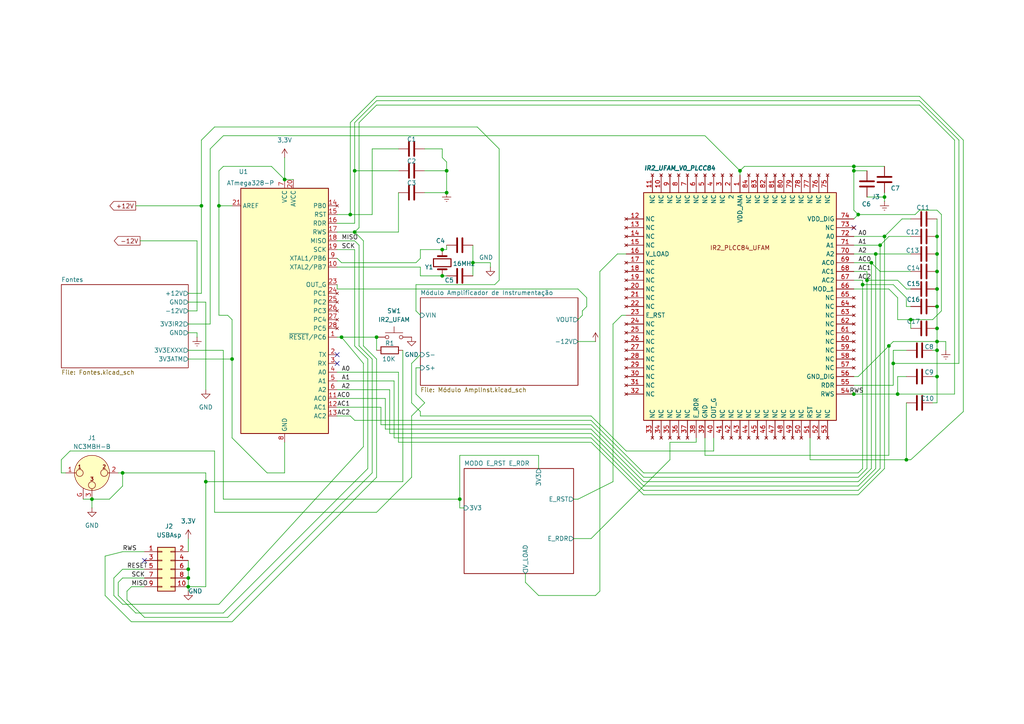
<source format=kicad_sch>
(kicad_sch (version 20250114) (generator "eeschema") (generator_version "9.0")
  (paper "A4")
  (title_block (title "PROJETO IR2_B2_UFAM") (date "07/08/2025") (rev "V1") (company "UFAM-UFMG") (comment 1 "1 - Software Proteus substituído pelo Software Kicad 9.0") (comment 2 "2 - Incluído Amplificafor de Instrumentação para reduzir ruídos") (comment 3 "3 - Incluídos conectores para cabos entrelaçados") (comment 4 "4 - Análise de 4 camadas para reduzir ruídos") (comment 5 "5 - Teste de clonagem"))
  (lib_symbols
    (symbol "Connector_Audio:NC3MBH-B" (pin_names (hide yes))
      (property "Reference" "J" (at 0 8.89 0))
      (property "Value" "NC3MBH-B" (at 0 6.35 0))
      (symbol "NC3MBH-B_0_1"
        (polyline (pts (xy -5.08 0) (xy -4.572 0)))
        (circle (center -3.556 0) (radius 1.016))
        (polyline (pts (xy -2.54 -5.08) (xy -2.54 -4.445)))
        (circle (center 0 0) (radius 5.08) (fill (type background)))
        (circle (center 0 -3.556) (radius 1.016))
        (polyline (pts (xy 0 -5.08) (xy 0 -4.572)))
        (circle (center 3.556 0) (radius 1.016))
        (polyline (pts (xy 5.08 0) (xy 4.572 0)))
        (text "1" (at -3.556 1.778 0) (effects (font (size 1.016 1.016) (bold yes))))
        (text "3" (at 0 -1.778 0) (effects (font (size 1.016 1.016) (bold yes))))
        (text "2" (at 3.556 1.778 0) (effects (font (size 1.016 1.016) (bold yes))))
        (pin passive line (at -7.62 0 0) (length 2.54) (name "~") (number "1"))
        (pin passive line (at 0 -7.62 90) (length 2.54) (name "~") (number "3"))
        (pin passive line (at 7.62 0 180) (length 2.54) (name "~") (number "2"))
      )
      (symbol "NC3MBH-B_1_1"
        (pin passive line (at -2.54 -7.62 90) (length 2.54) (name "~") (number "G"))
      )
    )
    (symbol "Connector_Generic:Conn_02x05_Odd_Even" (pin_names (offset 1.016) (hide yes))
      (property "Reference" "J" (at 1.27 7.62 0))
      (property "Value" "Conn_02x05_Odd_Even" (at 1.27 -7.62 0))
      (symbol "Conn_02x05_Odd_Even_1_1"
        (rectangle (start -1.27 6.35) (end 3.81 -6.35) (stroke (width 0.254)) (fill (type background)))
        (rectangle (start -1.27 5.207) (end 0 4.953) (stroke (width 0.1524)))
        (rectangle (start -1.27 2.667) (end 0 2.413) (stroke (width 0.1524)))
        (rectangle (start -1.27 0.127) (end 0 -0.127) (stroke (width 0.1524)))
        (rectangle (start -1.27 -2.413) (end 0 -2.667) (stroke (width 0.1524)))
        (rectangle (start -1.27 -4.953) (end 0 -5.207) (stroke (width 0.1524)))
        (rectangle (start 3.81 5.207) (end 2.54 4.953) (stroke (width 0.1524)))
        (rectangle (start 3.81 2.667) (end 2.54 2.413) (stroke (width 0.1524)))
        (rectangle (start 3.81 0.127) (end 2.54 -0.127) (stroke (width 0.1524)))
        (rectangle (start 3.81 -2.413) (end 2.54 -2.667) (stroke (width 0.1524)))
        (rectangle (start 3.81 -4.953) (end 2.54 -5.207) (stroke (width 0.1524)))
        (pin passive line (at -5.08 5.08 0) (length 3.81) (name "Pin_1") (number "1"))
        (pin passive line (at -5.08 2.54 0) (length 3.81) (name "Pin_3") (number "3"))
        (pin passive line (at -5.08 0 0) (length 3.81) (name "Pin_5") (number "5"))
        (pin passive line (at -5.08 -2.54 0) (length 3.81) (name "Pin_7") (number "7"))
        (pin passive line (at -5.08 -5.08 0) (length 3.81) (name "Pin_9") (number "9"))
        (pin passive line (at 7.62 5.08 180) (length 3.81) (name "Pin_2") (number "2"))
        (pin passive line (at 7.62 2.54 180) (length 3.81) (name "Pin_4") (number "4"))
        (pin passive line (at 7.62 0 180) (length 3.81) (name "Pin_6") (number "6"))
        (pin passive line (at 7.62 -2.54 180) (length 3.81) (name "Pin_8") (number "8"))
        (pin passive line (at 7.62 -5.08 180) (length 3.81) (name "Pin_10") (number "10"))
      )
    )
    (symbol "Device:C" (pin_numbers (hide yes)) (pin_names (offset 0.254))
      (property "Reference" "C" (at 0.635 2.54 0))
      (property "Value" "C" (at 0.635 -2.54 0))
      (symbol "C_0_1"
        (polyline (pts (xy -2.032 0.762) (xy 2.032 0.762)) (stroke (width 0.508)))
        (polyline (pts (xy -2.032 -0.762) (xy 2.032 -0.762)) (stroke (width 0.508)))
      )
      (symbol "C_1_1"
        (pin passive line (at 0 3.81 270) (length 2.794) (name "~") (number "1"))
        (pin passive line (at 0 -3.81 90) (length 2.794) (name "~") (number "2"))
      )
    )
    (symbol "Device:Crystal" (pin_numbers (hide yes)) (pin_names (offset 1.016) (hide yes))
      (property "Reference" "Y" (at 0 3.81 0))
      (property "Value" "Crystal" (at 0 -3.81 0))
      (symbol "Crystal_0_1"
        (polyline (pts (xy -2.54 0) (xy -1.905 0)))
        (polyline (pts (xy -1.905 -1.27) (xy -1.905 1.27)) (stroke (width 0.508)))
        (rectangle (start -1.143 2.54) (end 1.143 -2.54) (stroke (width 0.3048)))
        (polyline (pts (xy 1.905 -1.27) (xy 1.905 1.27)) (stroke (width 0.508)))
        (polyline (pts (xy 2.54 0) (xy 1.905 0)))
      )
      (symbol "Crystal_1_1"
        (pin passive line (at -3.81 0 0) (length 1.27) (name "1") (number "1"))
        (pin passive line (at 3.81 0 180) (length 1.27) (name "2") (number "2"))
      )
    )
    (symbol "Device:R" (pin_numbers (hide yes)) (pin_names (offset 0))
      (property "Reference" "R" (at 2.032 0 90))
      (property "Value" "R" (at 0 0 90))
      (symbol "R_0_1"
        (rectangle (start -1.016 -2.54) (end 1.016 2.54) (stroke (width 0.254)))
      )
      (symbol "R_1_1"
        (pin passive line (at 0 3.81 270) (length 1.27) (name "~") (number "1"))
        (pin passive line (at 0 -3.81 90) (length 1.27) (name "~") (number "2"))
      )
    )
    (symbol "IR2_LOCAL_Library:IR2_UFAM_SW1_SW_Push" (pin_numbers (hide yes)) (pin_names (offset 1.016) (hide yes))
      (property "Reference" "SW" (at 1.27 2.54 0))
      (property "Value" "IR2_UFAM_SW1_SW_Push" (at 0 -1.524 0))
      (symbol "IR2_UFAM_SW1_SW_Push_0_1"
        (circle (center -2.032 0) (radius 0.508))
        (polyline (pts (xy 0 1.27) (xy 0 3.048)))
        (circle (center 2.032 0) (radius 0.508))
        (polyline (pts (xy 2.54 1.27) (xy -2.54 1.27)))
        (pin passive line (at -5.08 0 0) (length 2.54) (name "1") (number "1"))
        (pin passive line (at 5.08 0 180) (length 2.54) (name "2") (number "2"))
      )
    )
    (symbol "IR2_Library:IR2_UFAM_V0_PLCC84"
      (property "Reference" "J" (at 62.23 12.7 0))
      (property "Value" "IR2_UFAM_V0_PLCC84" (at 62.23 10.16 0))
      (symbol "IR2_UFAM_V0_PLCC84_1_1"
        (rectangle (start 5.08 7.62) (end 60.96 -58.42) (stroke (width 0.254)) (fill (type background)))
        (text "IR2_PLCC84_UFAM" (at 33.02 -8.382 0) (effects (font (size 1.27 1.27))))
        (pin no_connect line (at 0 0 0) (length 5.08) (name "NC") (number "12"))
        (pin no_connect line (at 0 -2.54 0) (length 5.08) (name "NC") (number "13"))
        (pin no_connect line (at 0 -5.08 0) (length 5.08) (name "NC") (number "14"))
        (pin no_connect line (at 0 -7.62 0) (length 5.08) (name "NC") (number "15"))
        (pin input line (at 0 -10.16 0) (length 5.08) (name "V_LOAD") (number "16"))
        (pin no_connect line (at 0 -12.7 0) (length 5.08) (name "NC") (number "17"))
        (pin no_connect line (at 0 -15.24 0) (length 5.08) (name "NC") (number "18"))
        (pin no_connect line (at 0 -17.78 0) (length 5.08) (name "NC") (number "19"))
        (pin no_connect line (at 0 -20.32 0) (length 5.08) (name "NC") (number "20"))
        (pin no_connect line (at 0 -22.86 0) (length 5.08) (name "NC") (number "21"))
        (pin no_connect line (at 0 -25.4 0) (length 5.08) (name "NC") (number "22"))
        (pin input line (at 0 -27.94 0) (length 5.08) (name "E_RST") (number "23"))
        (pin no_connect line (at 0 -30.48 0) (length 5.08) (name "NC") (number "24"))
        (pin no_connect line (at 0 -33.02 0) (length 5.08) (name "NC") (number "25"))
        (pin no_connect line (at 0 -35.56 0) (length 5.08) (name "NC") (number "26"))
        (pin no_connect line (at 0 -38.1 0) (length 5.08) (name "NC") (number "27"))
        (pin no_connect line (at 0 -40.64 0) (length 5.08) (name "NC") (number "28"))
        (pin no_connect line (at 0 -43.18 0) (length 5.08) (name "NC") (number "29"))
        (pin no_connect line (at 0 -45.72 0) (length 5.08) (name "NC") (number "30"))
        (pin no_connect line (at 0 -48.26 0) (length 5.08) (name "NC") (number "31"))
        (pin no_connect line (at 0 -50.8 0) (length 5.08) (name "NC") (number "32"))
        (pin no_connect line (at 7.62 12.7 270) (length 5.08) (name "NC") (number "11"))
        (pin no_connect line (at 7.62 -63.5 90) (length 5.08) (name "NC") (number "33"))
        (pin no_connect line (at 10.16 12.7 270) (length 5.08) (name "NC") (number "10"))
        (pin no_connect line (at 10.16 -63.5 90) (length 5.08) (name "NC") (number "34"))
        (pin no_connect line (at 12.7 12.7 270) (length 5.08) (name "NC") (number "9"))
        (pin no_connect line (at 12.7 -63.5 90) (length 5.08) (name "NC") (number "35"))
        (pin no_connect line (at 15.24 12.7 270) (length 5.08) (name "NC") (number "8"))
        (pin no_connect line (at 15.24 -63.5 90) (length 5.08) (name "NC") (number "36"))
        (pin no_connect line (at 17.78 12.7 270) (length 5.08) (name "NC") (number "7"))
        (pin no_connect line (at 17.78 -63.5 90) (length 5.08) (name "NC") (number "37"))
        (pin no_connect line (at 20.32 12.7 270) (length 5.08) (name "NC") (number "6"))
        (pin input line (at 20.32 -63.5 90) (length 5.08) (name "E_RDR") (number "38"))
        (pin no_connect line (at 22.86 12.7 270) (length 5.08) (name "NC") (number "5"))
        (pin power_out line (at 22.86 -63.5 90) (length 5.08) (name "GND") (number "39"))
        (pin no_connect line (at 25.4 12.7 270) (length 5.08) (name "NC") (number "4"))
        (pin output line (at 25.4 -63.5 90) (length 5.08) (name "OUT_G") (number "40"))
        (pin no_connect line (at 27.94 12.7 270) (length 5.08) (name "NC") (number "3"))
        (pin no_connect line (at 27.94 -63.5 90) (length 5.08) (name "NC") (number "41"))
        (pin no_connect line (at 30.48 12.7 270) (length 5.08) (name "2") (number "2"))
        (pin no_connect line (at 30.48 -63.5 90) (length 5.08) (name "NC") (number "42"))
        (pin power_in line (at 33.02 12.7 270) (length 5.08) (name "VDD_ANA") (number "1"))
        (pin no_connect line (at 33.02 -63.5 90) (length 5.08) (name "NC") (number "43"))
        (pin no_connect line (at 35.56 12.7 270) (length 5.08) (name "NC") (number "84"))
        (pin no_connect line (at 35.56 -63.5 90) (length 5.08) (name "NC") (number "44"))
        (pin no_connect line (at 38.1 12.7 270) (length 5.08) (name "NC") (number "83"))
        (pin no_connect line (at 38.1 -63.5 90) (length 5.08) (name "NC") (number "45"))
        (pin no_connect line (at 40.64 12.7 270) (length 5.08) (name "NC") (number "82"))
        (pin no_connect line (at 40.64 -63.5 90) (length 5.08) (name "NC") (number "46"))
        (pin no_connect line (at 43.18 12.7 270) (length 5.08) (name "NC") (number "81"))
        (pin no_connect line (at 43.18 -63.5 90) (length 5.08) (name "NC") (number "47"))
        (pin no_connect line (at 45.72 12.7 270) (length 5.08) (name "NC") (number "80"))
        (pin no_connect line (at 45.72 -63.5 90) (length 5.08) (name "NC") (number "48"))
        (pin no_connect line (at 48.26 12.7 270) (length 5.08) (name "NC") (number "79"))
        (pin no_connect line (at 48.26 -63.5 90) (length 5.08) (name "NC") (number "49"))
        (pin no_connect line (at 50.8 12.7 270) (length 5.08) (name "NC") (number "78"))
        (pin no_connect line (at 50.8 -63.5 90) (length 5.08) (name "NC") (number "50"))
        (pin no_connect line (at 53.34 12.7 270) (length 5.08) (name "NC") (number "77"))
        (pin input line (at 53.34 -63.5 90) (length 5.08) (name "RST") (number "51"))
        (pin no_connect line (at 55.88 12.7 270) (length 5.08) (name "NC") (number "76"))
        (pin no_connect line (at 55.88 -63.5 90) (length 5.08) (name "NC") (number "52"))
        (pin no_connect line (at 58.42 12.7 270) (length 5.08) (name "NC") (number "75"))
        (pin no_connect line (at 58.42 -63.5 90) (length 5.08) (name "NC") (number "53"))
        (pin power_in line (at 66.04 0 180) (length 5.08) (name "VDD_DIG") (number "74"))
        (pin no_connect line (at 66.04 -2.54 180) (length 5.08) (name "NC") (number "73"))
        (pin input line (at 66.04 -5.08 180) (length 5.08) (name "A0") (number "72"))
        (pin input line (at 66.04 -7.62 180) (length 5.08) (name "A1") (number "71"))
        (pin input line (at 66.04 -10.16 180) (length 5.08) (name "A2") (number "70"))
        (pin input line (at 66.04 -12.7 180) (length 5.08) (name "AC0") (number "69"))
        (pin input line (at 66.04 -15.24 180) (length 5.08) (name "AC1") (number "68"))
        (pin input line (at 66.04 -17.78 180) (length 5.08) (name "AC2") (number "67"))
        (pin power_in line (at 66.04 -20.32 180) (length 5.08) (name "MOD_1") (number "66"))
        (pin no_connect line (at 66.04 -22.86 180) (length 5.08) (name "NC") (number "65"))
        (pin no_connect line (at 66.04 -25.4 180) (length 5.08) (name "NC") (number "64"))
        (pin no_connect line (at 66.04 -27.94 180) (length 5.08) (name "NC") (number "63"))
        (pin no_connect line (at 66.04 -30.48 180) (length 5.08) (name "NC") (number "62"))
        (pin no_connect line (at 66.04 -33.02 180) (length 5.08) (name "NC") (number "61"))
        (pin no_connect line (at 66.04 -35.56 180) (length 5.08) (name "NC") (number "60"))
        (pin no_connect line (at 66.04 -38.1 180) (length 5.08) (name "NC") (number "59"))
        (pin no_connect line (at 66.04 -40.64 180) (length 5.08) (name "NC") (number "58"))
        (pin no_connect line (at 66.04 -43.18 180) (length 5.08) (name "NC") (number "57"))
        (pin power_in line (at 66.04 -45.72 180) (length 5.08) (name "GND_DIG") (number "56"))
        (pin input line (at 66.04 -48.26 180) (length 5.08) (name "RDR") (number "55"))
        (pin input line (at 66.04 -50.8 180) (length 5.08) (name "RWS") (number "54"))
      )
    )
    (symbol "IR2_UFAM_U1_ATMEGA328P:IR2_ATMEGA328P"
      (property "Reference" "U" (at -12.7 36.83 0))
      (property "Value" "ir2_ATmega328P" (at 2.54 -36.83 0))
      (symbol "IR2_ATMEGA328P_0_1"
        (rectangle (start -12.7 -35.56) (end 12.7 35.56) (stroke (width 0.254)) (fill (type background)))
      )
      (symbol "IR2_ATMEGA328P_1_1"
        (pin passive line (at -15.24 30.48 0) (length 2.54) (name "AREF") (number "21"))
        (pin power_in line (at 0 38.1 270) (length 2.54) (name "VCC") (number "7"))
        (pin passive line (at 0 -38.1 90) (length 2.54) (hide yes) (name "GND") (number "22"))
        (pin power_in line (at 0 -38.1 90) (length 2.54) (name "GND") (number "8"))
        (pin power_in line (at 2.54 38.1 270) (length 2.54) (name "AVCC") (number "20"))
        (pin no_connect line (at 15.24 30.48 180) (length 2.54) (name "PB0") (number "14"))
        (pin output line (at 15.24 27.94 180) (length 2.54) (name "RST") (number "15"))
        (pin output line (at 15.24 25.4 180) (length 2.54) (name "RDR") (number "16"))
        (pin output line (at 15.24 22.86 180) (length 2.54) (name "RWS") (number "17"))
        (pin input line (at 15.24 20.32 180) (length 2.54) (name "MISO") (number "18"))
        (pin bidirectional line (at 15.24 17.78 180) (length 2.54) (name "SCK") (number "19"))
        (pin bidirectional line (at 15.24 15.24 180) (length 2.54) (name "XTAL1/PB6") (number "9"))
        (pin bidirectional line (at 15.24 12.7 180) (length 2.54) (name "XTAL2/PB7") (number "10"))
        (pin input line (at 15.24 7.62 180) (length 2.54) (name "OUT_G") (number "23"))
        (pin no_connect line (at 15.24 5.08 180) (length 2.54) (name "PC1") (number "24"))
        (pin no_connect line (at 15.24 2.54 180) (length 2.54) (name "PC2") (number "25"))
        (pin no_connect line (at 15.24 0 180) (length 2.54) (name "PC3") (number "26"))
        (pin no_connect line (at 15.24 -2.54 180) (length 2.54) (name "PC4") (number "27"))
        (pin no_connect line (at 15.24 -5.08 180) (length 2.54) (name "PC5") (number "28"))
        (pin bidirectional line (at 15.24 -7.62 180) (length 2.54) (name "~{RESET}/PC6") (number "1"))
        (pin bidirectional line (at 15.24 -12.7 180) (length 2.54) (name "TX") (number "2"))
        (pin bidirectional line (at 15.24 -15.24 180) (length 2.54) (name "RX") (number "3"))
        (pin output line (at 15.24 -17.78 180) (length 2.54) (name "A0") (number "4"))
        (pin output line (at 15.24 -20.32 180) (length 2.54) (name "A1") (number "5"))
        (pin output line (at 15.24 -22.86 180) (length 2.54) (name "A2") (number "6"))
        (pin output line (at 15.24 -25.4 180) (length 2.54) (name "AC0") (number "11"))
        (pin output line (at 15.24 -27.94 180) (length 2.54) (name "AC1") (number "12"))
        (pin output line (at 15.24 -30.48 180) (length 2.54) (name "AC2") (number "13"))
      )
    )
    (symbol "power:Earth" (power) (pin_numbers (hide yes)) (pin_names (offset 0) (hide yes))
      (property "Value" "Earth" (at 0 -3.81 0))
      (symbol "Earth_0_1"
        (polyline (pts (xy -0.635 -1.905) (xy 0.635 -1.905)))
        (polyline (pts (xy -0.127 -2.54) (xy 0.127 -2.54)))
        (polyline (pts (xy 0 -1.27) (xy 0 0)))
        (polyline (pts (xy 1.27 -1.27) (xy -1.27 -1.27)))
      )
      (symbol "Earth_1_1"
        (pin power_in line (at 0 0 270) (length 0) (name "~") (number "1"))
      )
    )
    (symbol "power:GND" (power) (pin_numbers (hide yes)) (pin_names (offset 0) (hide yes))
      (property "Value" "GND" (at 0 -3.81 0))
      (symbol "GND_0_1"
        (polyline (pts (xy 0 0) (xy 0 -1.27) (xy 1.27 -1.27) (xy 0 -2.54) (xy -1.27 -1.27) (xy 0 -1.27)))
      )
      (symbol "GND_1_1"
        (pin power_in line (at 0 0 270) (length 0) (name "~") (number "1"))
      )
    )
    (symbol "power:VCC" (power) (pin_numbers (hide yes)) (pin_names (offset 0) (hide yes))
      (property "Value" "VCC" (at 0 3.556 0))
      (symbol "VCC_0_1"
        (polyline (pts (xy -0.762 1.27) (xy 0 2.54)))
        (polyline (pts (xy 0 2.54) (xy 0.762 1.27)))
        (polyline (pts (xy 0 0) (xy 0 2.54)))
      )
      (symbol "VCC_1_1"
        (pin power_in line (at 0 0 90) (length 0) (name "~") (number "1"))
      )
    )
  )
  (junction (at 271.78 68.58))
  (junction (at 256.54 57.15))
  (junction (at 82.55 52.07))
  (junction (at 128.27 72.39))
  (junction (at 35.56 137.16))
  (junction (at 271.78 109.22))
  (junction (at 260.35 114.3))
  (junction (at 58.42 59.69))
  (junction (at 271.78 95.25))
  (junction (at 133.35 144.78))
  (junction (at 54.61 165.1))
  (junction (at 271.78 73.66))
  (junction (at 99.06 97.79))
  (junction (at 255.27 71.12))
  (junction (at 271.78 83.82))
  (junction (at 257.81 100.33))
  (junction (at 59.69 139.7))
  (junction (at 271.78 88.9))
  (junction (at 129.54 49.53))
  (junction (at 54.61 170.18))
  (junction (at 109.22 97.79))
  (junction (at 102.87 67.31))
  (junction (at 54.61 167.64))
  (junction (at 247.65 114.3))
  (junction (at 129.54 55.88))
  (junction (at 248.92 62.23))
  (junction (at 101.6 62.23))
  (junction (at 26.67 144.78))
  (junction (at 271.78 99.06))
  (junction (at 247.65 49.53))
  (junction (at 271.78 101.6))
  (junction (at 262.89 133.35))
  (junction (at 250.19 82.55))
  (junction (at 251.46 81.28))
  (junction (at 137.16 76.2))
  (junction (at 102.87 49.53))
  (junction (at 128.27 80.01))
  (junction (at 252.73 76.2))
  (junction (at 256.54 68.58))
  (junction (at 247.65 48.26))
  (junction (at 264.16 92.71))
  (junction (at 259.08 105.41))
  (junction (at 271.78 78.74))
  (junction (at 63.5 59.69))
  (junction (at 254 73.66))
  (junction (at 67.31 104.14))
  (junction (at 214.63 49.53))
  (no_connect (at 41.91 162.56))
  (no_connect (at 97.79 102.87))
  (no_connect (at 97.79 105.41))
  (no_connect (at 247.65 66.04))
  (wire (pts (xy 60.96 43.18) (xy 64.77 39.37)))
  (wire (pts (xy 102.87 49.53) (xy 102.87 64.77)))
  (wire (pts (xy 109.22 29.21) (xy 266.7 29.21)))
  (wire (pts (xy 97.79 62.23) (xy 101.6 62.23)))
  (wire (pts (xy 172.72 172.72) (xy 173.99 171.45)))
  (wire (pts (xy 62.23 148.59) (xy 62.23 130.81)))
  (wire (pts (xy 247.65 109.22) (xy 248.92 109.22)))
  (wire (pts (xy 168.91 90.17) (xy 168.91 91.44)))
  (wire (pts (xy 254 73.66) (xy 254 135.89)))
  (wire (pts (xy 252.73 76.2) (xy 252.73 135.89)))
  (wire (pts (xy 107.95 43.18) (xy 115.57 43.18)))
  (wire (pts (xy 128.27 80.01) (xy 129.54 80.01)))
  (wire (pts (xy 133.35 132.08) (xy 156.21 132.08)))
  (wire (pts (xy 115.57 107.95) (xy 115.57 128.27)))
  (wire (pts (xy 63.5 49.53) (xy 64.77 48.26)))
  (wire (pts (xy 246.38 114.3) (xy 247.65 114.3)))
  (wire (pts (xy 121.92 119.38) (xy 121.92 120.65)))
  (wire (pts (xy 144.78 81.28) (xy 143.51 82.55)))
  (wire (pts (xy 121.92 102.87) (xy 119.38 105.41)))
  (wire (pts (xy 173.99 78.74) (xy 173.99 171.45)))
  (wire (pts (xy 204.47 39.37) (xy 214.63 49.53)))
  (wire (pts (xy 266.7 27.94) (xy 279.4 40.64)))
  (wire (pts (xy 116.84 101.6) (xy 116.84 139.7)))
  (wire (pts (xy 247.65 111.76) (xy 259.08 111.76)))
  (wire (pts (xy 247.65 48.26) (xy 256.54 48.26)))
  (wire (pts (xy 54.61 87.63) (xy 59.69 87.63)))
  (wire (pts (xy 102.87 35.56) (xy 109.22 29.21)))
  (wire (pts (xy 129.54 49.53) (xy 129.54 55.88)))
  (wire (pts (xy 57.15 96.52) (xy 57.15 97.79)))
  (wire (pts (xy 97.79 83.82) (xy 167.64 83.82)))
  (wire (pts (xy 264.16 92.71) (xy 270.51 92.71)))
  (wire (pts (xy 54.61 170.18) (xy 54.61 171.45)))
  (wire (pts (xy 82.55 128.27) (xy 82.55 137.16)))
  (wire (pts (xy 171.45 156.21) (xy 194.31 133.35)))
  (wire (pts (xy 247.65 60.96) (xy 248.92 62.23)))
  (wire (pts (xy 67.31 92.71) (xy 66.04 91.44)))
  (wire (pts (xy 63.5 49.53) (xy 63.5 59.69)))
  (wire (pts (xy 248.92 138.43) (xy 186.69 138.43)))
  (wire (pts (xy 264.16 83.82) (xy 262.89 83.82)))
  (wire (pts (xy 273.05 90.17) (xy 270.51 92.71)))
  (wire (pts (xy 97.79 120.65) (xy 101.6 120.65)))
  (wire (pts (xy 59.69 139.7) (xy 59.69 137.16)))
  (wire (pts (xy 260.35 109.22) (xy 262.89 109.22)))
  (wire (pts (xy 194.31 133.35) (xy 194.31 128.27)))
  (wire (pts (xy 105.41 100.33) (xy 109.22 104.14)))
  (wire (pts (xy 99.06 97.79) (xy 109.22 97.79)))
  (wire (pts (xy 121.92 72.39) (xy 121.92 74.93)))
  (wire (pts (xy 102.87 100.33) (xy 106.68 104.14)))
  (wire (pts (xy 271.78 73.66) (xy 271.78 78.74)))
  (wire (pts (xy 99.06 76.2) (xy 120.65 76.2)))
  (wire (pts (xy 26.67 144.78) (xy 24.13 144.78)))
  (wire (pts (xy 35.56 165.1) (xy 41.91 165.1)))
  (wire (pts (xy 35.56 137.16) (xy 35.56 140.97)))
  (wire (pts (xy 271.78 60.96) (xy 273.05 62.23)))
  (wire (pts (xy 137.16 71.12) (xy 137.16 76.2)))
  (wire (pts (xy 262.89 86.36) (xy 259.08 82.55)))
  (wire (pts (xy 271.78 78.74) (xy 271.78 83.82)))
  (wire (pts (xy 109.22 97.79) (xy 109.22 101.6)))
  (wire (pts (xy 215.9 48.26) (xy 247.65 48.26)))
  (wire (pts (xy 251.46 81.28) (xy 251.46 135.89)))
  (wire (pts (xy 63.5 59.69) (xy 67.31 59.69)))
  (wire (pts (xy 97.79 77.47) (xy 121.92 77.47)))
  (wire (pts (xy 121.92 72.39) (xy 128.27 72.39)))
  (wire (pts (xy 102.87 49.53) (xy 102.87 35.56)))
  (wire (pts (xy 214.63 49.53) (xy 215.9 48.26)))
  (wire (pts (xy 102.87 72.39) (xy 102.87 100.33)))
  (wire (pts (xy 171.45 123.19) (xy 186.69 138.43)))
  (wire (pts (xy 38.1 180.34) (xy 30.48 172.72)))
  (wire (pts (xy 109.22 27.94) (xy 266.7 27.94)))
  (wire (pts (xy 248.92 62.23) (xy 247.65 63.5)))
  (wire (pts (xy 120.65 90.17) (xy 121.92 91.44)))
  (wire (pts (xy 30.48 172.72) (xy 30.48 161.29)))
  (wire (pts (xy 137.16 76.2) (xy 137.16 80.01)))
  (wire (pts (xy 54.61 156.21) (xy 54.61 160.02)))
  (wire (pts (xy 105.41 129.54) (xy 105.41 105.41)))
  (wire (pts (xy 274.32 99.06) (xy 274.32 101.6)))
  (wire (pts (xy 186.69 142.24) (xy 248.92 142.24)))
  (wire (pts (xy 97.79 83.82) (xy 97.79 82.55)))
  (wire (pts (xy 170.18 88.9) (xy 170.18 86.36)))
  (wire (pts (xy 251.46 57.15) (xy 256.54 57.15)))
  (wire (pts (xy 186.69 140.97) (xy 171.45 125.73)))
  (wire (pts (xy 54.61 162.56) (xy 54.61 165.1)))
  (wire (pts (xy 58.42 85.09) (xy 54.61 85.09)))
  (wire (pts (xy 58.42 59.69) (xy 58.42 85.09)))
  (wire (pts (xy 264.16 68.58) (xy 257.81 68.58)))
  (wire (pts (xy 257.81 132.08) (xy 257.81 100.33)))
  (wire (pts (xy 33.02 172.72) (xy 35.56 175.26)))
  (wire (pts (xy 129.54 46.99) (xy 129.54 49.53)))
  (wire (pts (xy 247.65 114.3) (xy 260.35 114.3)))
  (wire (pts (xy 123.19 55.88) (xy 129.54 55.88)))
  (wire (pts (xy 247.65 81.28) (xy 250.19 81.28)))
  (wire (pts (xy 254 73.66) (xy 264.16 73.66)))
  (wire (pts (xy 144.78 43.18) (xy 144.78 81.28)))
  (wire (pts (xy 119.38 120.65) (xy 119.38 138.43)))
  (wire (pts (xy 234.95 127) (xy 234.95 133.35)))
  (wire (pts (xy 271.78 68.58) (xy 271.78 73.66)))
  (wire (pts (xy 101.6 62.23) (xy 107.95 62.23)))
  (wire (pts (xy 35.56 137.16) (xy 59.69 137.16)))
  (wire (pts (xy 264.16 63.5) (xy 261.62 63.5)))
  (wire (pts (xy 54.61 167.64) (xy 54.61 170.18)))
  (wire (pts (xy 257.81 100.33) (xy 259.08 99.06)))
  (wire (pts (xy 106.68 135.89) (xy 64.77 177.8)))
  (wire (pts (xy 97.79 67.31) (xy 102.87 67.31)))
  (wire (pts (xy 166.37 156.21) (xy 171.45 156.21)))
  (wire (pts (xy 97.79 74.93) (xy 99.06 76.2)))
  (wire (pts (xy 250.19 82.55) (xy 259.08 82.55)))
  (wire (pts (xy 257.81 68.58) (xy 255.27 71.12)))
  (wire (pts (xy 248.92 137.16) (xy 186.69 137.16)))
  (wire (pts (xy 77.47 137.16) (xy 82.55 137.16)))
  (wire (pts (xy 248.92 62.23) (xy 265.43 62.23)))
  (wire (pts (xy 82.55 52.07) (xy 85.09 52.07)))
  (wire (pts (xy 114.3 110.49) (xy 114.3 127)))
  (wire (pts (xy 104.14 71.12) (xy 104.14 100.33)))
  (wire (pts (xy 102.87 69.85) (xy 104.14 71.12)))
  (wire (pts (xy 34.29 172.72) (xy 39.37 177.8)))
  (wire (pts (xy 266.7 30.48) (xy 276.86 40.64)))
  (wire (pts (xy 194.31 128.27) (xy 201.93 128.27)))
  (wire (pts (xy 279.4 119.38) (xy 264.16 133.35)))
  (wire (pts (xy 107.95 104.14) (xy 107.95 137.16)))
  (wire (pts (xy 251.46 81.28) (xy 260.35 81.28)))
  (wire (pts (xy 60.96 93.98) (xy 54.61 93.98)))
  (wire (pts (xy 278.13 40.64) (xy 278.13 105.41)))
  (wire (pts (xy 82.55 45.72) (xy 82.55 52.07)))
  (wire (pts (xy 138.43 36.83) (xy 144.78 43.18)))
  (wire (pts (xy 128.27 45.72) (xy 129.54 46.99)))
  (wire (pts (xy 111.76 115.57) (xy 111.76 124.46)))
  (wire (pts (xy 264.16 133.35) (xy 262.89 133.35)))
  (wire (pts (xy 255.27 71.12) (xy 255.27 135.89)))
  (wire (pts (xy 54.61 101.6) (xy 64.77 101.6)))
  (wire (pts (xy 259.08 105.41) (xy 278.13 105.41)))
  (wire (pts (xy 34.29 168.91) (xy 34.29 172.72)))
  (wire (pts (xy 186.69 143.51) (xy 171.45 128.27)))
  (wire (pts (xy 152.4 166.37) (xy 152.4 168.91)))
  (wire (pts (xy 109.22 30.48) (xy 266.7 30.48)))
  (wire (pts (xy 260.35 86.36) (xy 260.35 92.71)))
  (wire (pts (xy 262.89 133.35) (xy 234.95 133.35)))
  (wire (pts (xy 166.37 144.78) (xy 167.64 144.78)))
  (wire (pts (xy 204.47 132.08) (xy 257.81 132.08)))
  (wire (pts (xy 113.03 125.73) (xy 171.45 125.73)))
  (wire (pts (xy 54.61 104.14) (xy 67.31 104.14)))
  (wire (pts (xy 256.54 68.58) (xy 256.54 135.89)))
  (wire (pts (xy 214.63 49.53) (xy 214.63 50.8)))
  (wire (pts (xy 133.35 144.78) (xy 133.35 147.32)))
  (wire (pts (xy 201.93 128.27) (xy 201.93 127)))
  (wire (pts (xy 177.8 93.98) (xy 180.34 91.44)))
  (wire (pts (xy 102.87 67.31) (xy 104.14 66.04)))
  (wire (pts (xy 101.6 62.23) (xy 101.6 35.56)))
  (wire (pts (xy 251.46 78.74) (xy 251.46 81.28)))
  (wire (pts (xy 35.56 165.1) (xy 33.02 167.64)))
  (wire (pts (xy 247.65 73.66) (xy 254 73.66)))
  (wire (pts (xy 123.19 43.18) (xy 128.27 43.18)))
  (wire (pts (xy 204.47 127) (xy 204.47 132.08)))
  (wire (pts (xy 260.35 109.22) (xy 260.35 114.3)))
  (wire (pts (xy 129.54 72.39) (xy 129.54 71.12)))
  (wire (pts (xy 119.38 116.84) (xy 121.92 119.38)))
  (wire (pts (xy 109.22 138.43) (xy 67.31 180.34)))
  (wire (pts (xy 26.67 144.78) (xy 31.75 144.78)))
  (wire (pts (xy 133.35 147.32) (xy 134.62 147.32)))
  (wire (pts (xy 111.76 124.46) (xy 171.45 124.46)))
  (wire (pts (xy 62.23 36.83) (xy 138.43 36.83)))
  (wire (pts (xy 121.92 120.65) (xy 171.45 120.65)))
  (wire (pts (xy 256.54 55.88) (xy 256.54 57.15)))
  (wire (pts (xy 273.05 62.23) (xy 273.05 90.17)))
  (wire (pts (xy 270.51 109.22) (xy 271.78 109.22)))
  (wire (pts (xy 271.78 99.06) (xy 271.78 101.6)))
  (wire (pts (xy 177.8 93.98) (xy 177.8 139.7)))
  (wire (pts (xy 248.92 142.24) (xy 255.27 135.89)))
  (wire (pts (xy 114.3 127) (xy 171.45 127)))
  (wire (pts (xy 67.31 180.34) (xy 38.1 180.34)))
  (wire (pts (xy 254 135.89) (xy 248.92 140.97)))
  (wire (pts (xy 250.19 82.55) (xy 250.19 135.89)))
  (wire (pts (xy 265.43 62.23) (xy 266.7 60.96)))
  (wire (pts (xy 120.65 114.3) (xy 123.19 116.84)))
  (wire (pts (xy 171.45 124.46) (xy 186.69 139.7)))
  (wire (pts (xy 106.68 104.14) (xy 106.68 135.89)))
  (wire (pts (xy 102.87 49.53) (xy 115.57 49.53)))
  (wire (pts (xy 97.79 113.03) (xy 113.03 113.03)))
  (wire (pts (xy 123.19 49.53) (xy 129.54 49.53)))
  (wire (pts (xy 35.56 160.02) (xy 41.91 160.02)))
  (wire (pts (xy 115.57 55.88) (xy 115.57 67.31)))
  (wire (pts (xy 156.21 172.72) (xy 172.72 172.72)))
  (wire (pts (xy 58.42 40.64) (xy 58.42 59.69)))
  (wire (pts (xy 248.92 109.22) (xy 257.81 100.33)))
  (wire (pts (xy 152.4 168.91) (xy 156.21 172.72)))
  (wire (pts (xy 270.51 101.6) (xy 271.78 101.6)))
  (wire (pts (xy 247.65 78.74) (xy 251.46 78.74)))
  (wire (pts (xy 250.19 135.89) (xy 248.92 137.16)))
  (wire (pts (xy 104.14 35.56) (xy 104.14 66.04)))
  (wire (pts (xy 59.69 139.7) (xy 59.69 170.18)))
  (wire (pts (xy 33.02 167.64) (xy 33.02 172.72)))
  (wire (pts (xy 35.56 175.26) (xy 63.5 175.26)))
  (wire (pts (xy 250.19 81.28) (xy 250.19 82.55)))
  (wire (pts (xy 259.08 101.6) (xy 259.08 105.41)))
  (wire (pts (xy 271.78 109.22) (xy 271.78 116.84)))
  (wire (pts (xy 171.45 121.92) (xy 102.87 121.92)))
  (wire (pts (xy 262.89 116.84) (xy 262.89 133.35)))
  (wire (pts (xy 207.01 127) (xy 207.01 130.81)))
  (wire (pts (xy 54.61 170.18) (xy 59.69 170.18)))
  (wire (pts (xy 107.95 137.16) (xy 66.04 179.07)))
  (wire (pts (xy 19.05 137.16) (xy 17.78 137.16)))
  (wire (pts (xy 102.87 121.92) (xy 101.6 120.65)))
  (wire (pts (xy 105.41 105.41) (xy 99.06 97.79)))
  (wire (pts (xy 36.83 173.99) (xy 36.83 171.45)))
  (wire (pts (xy 179.07 73.66) (xy 181.61 73.66)))
  (wire (pts (xy 67.31 104.14) (xy 67.31 92.71)))
  (wire (pts (xy 167.64 83.82) (xy 170.18 86.36)))
  (wire (pts (xy 31.75 144.78) (xy 35.56 140.97)))
  (wire (pts (xy 40.64 69.85) (xy 57.15 69.85)))
  (wire (pts (xy 102.87 67.31) (xy 105.41 69.85)))
  (wire (pts (xy 171.45 127) (xy 186.69 142.24)))
  (wire (pts (xy 102.87 67.31) (xy 115.57 67.31)))
  (wire (pts (xy 142.24 76.2) (xy 142.24 77.47)))
  (wire (pts (xy 97.79 107.95) (xy 115.57 107.95)))
  (wire (pts (xy 271.78 63.5) (xy 271.78 68.58)))
  (wire (pts (xy 168.91 91.44) (xy 167.64 92.71)))
  (wire (pts (xy 64.77 101.6) (xy 64.77 144.78)))
  (wire (pts (xy 102.87 64.77) (xy 97.79 64.77)))
  (wire (pts (xy 181.61 130.81) (xy 207.01 130.81)))
  (wire (pts (xy 20.32 130.81) (xy 62.23 130.81)))
  (wire (pts (xy 256.54 57.15) (xy 256.54 58.42)))
  (wire (pts (xy 34.29 137.16) (xy 35.56 137.16)))
  (wire (pts (xy 247.65 49.53) (xy 251.46 49.53)))
  (wire (pts (xy 101.6 35.56) (xy 109.22 27.94)))
  (wire (pts (xy 259.08 101.6) (xy 262.89 101.6)))
  (wire (pts (xy 120.65 114.3) (xy 120.65 106.68)))
  (wire (pts (xy 259.08 99.06) (xy 271.78 99.06)))
  (wire (pts (xy 255.27 78.74) (xy 252.73 76.2)))
  (wire (pts (xy 78.74 48.26) (xy 82.55 52.07)))
  (wire (pts (xy 110.49 123.19) (xy 171.45 123.19)))
  (wire (pts (xy 97.79 97.79) (xy 99.06 97.79)))
  (wire (pts (xy 133.35 132.08) (xy 133.35 144.78)))
  (wire (pts (xy 97.79 110.49) (xy 114.3 110.49)))
  (wire (pts (xy 64.77 177.8) (xy 39.37 177.8)))
  (wire (pts (xy 247.65 49.53) (xy 247.65 60.96)))
  (wire (pts (xy 262.89 88.9) (xy 262.89 86.36)))
  (wire (pts (xy 36.83 171.45) (xy 38.1 170.18)))
  (wire (pts (xy 107.95 43.18) (xy 107.95 62.23)))
  (wire (pts (xy 120.65 76.2) (xy 121.92 74.93)))
  (wire (pts (xy 35.56 167.64) (xy 41.91 167.64)))
  (wire (pts (xy 186.69 137.16) (xy 171.45 121.92)))
  (wire (pts (xy 63.5 175.26) (xy 105.41 129.54)))
  (wire (pts (xy 97.79 118.11) (xy 110.49 118.11)))
  (wire (pts (xy 57.15 90.17) (xy 54.61 90.17)))
  (wire (pts (xy 17.78 137.16) (xy 17.78 133.35)))
  (wire (pts (xy 271.78 116.84) (xy 270.51 116.84)))
  (wire (pts (xy 259.08 105.41) (xy 259.08 111.76)))
  (wire (pts (xy 247.65 76.2) (xy 252.73 76.2)))
  (wire (pts (xy 128.27 43.18) (xy 128.27 45.72)))
  (wire (pts (xy 271.78 95.25) (xy 271.78 99.06)))
  (wire (pts (xy 247.65 68.58) (xy 256.54 68.58)))
  (wire (pts (xy 17.78 133.35) (xy 20.32 130.81)))
  (wire (pts (xy 41.91 179.07) (xy 66.04 179.07)))
  (wire (pts (xy 115.57 128.27) (xy 171.45 128.27)))
  (wire (pts (xy 168.91 90.17) (xy 170.18 88.9)))
  (wire (pts (xy 97.79 115.57) (xy 111.76 115.57)))
  (wire (pts (xy 171.45 120.65) (xy 181.61 130.81)))
  (wire (pts (xy 119.38 105.41) (xy 119.38 116.84)))
  (wire (pts (xy 247.65 48.26) (xy 247.65 49.53)))
  (wire (pts (xy 271.78 88.9) (xy 271.78 95.25)))
  (wire (pts (xy 264.16 88.9) (xy 262.89 88.9)))
  (wire (pts (xy 39.37 59.69) (xy 58.42 59.69)))
  (wire (pts (xy 110.49 118.11) (xy 110.49 123.19)))
  (wire (pts (xy 59.69 87.63) (xy 59.69 113.03)))
  (wire (pts (xy 104.14 100.33) (xy 107.95 104.14)))
  (wire (pts (xy 63.5 59.69) (xy 63.5 91.44)))
  (wire (pts (xy 256.54 135.89) (xy 248.92 143.51)))
  (wire (pts (xy 59.69 139.7) (xy 116.84 139.7)))
  (wire (pts (xy 137.16 76.2) (xy 142.24 76.2)))
  (wire (pts (xy 105.41 69.85) (xy 105.41 100.33)))
  (wire (pts (xy 54.61 96.52) (xy 57.15 96.52)))
  (wire (pts (xy 38.1 170.18) (xy 41.91 170.18)))
  (wire (pts (xy 121.92 80.01) (xy 128.27 80.01)))
  (wire (pts (xy 264.16 92.71) (xy 264.16 95.25)))
  (wire (pts (xy 186.69 143.51) (xy 248.92 143.51)))
  (wire (pts (xy 186.69 139.7) (xy 248.92 139.7)))
  (wire (pts (xy 63.5 91.44) (xy 66.04 91.44)))
  (wire (pts (xy 62.23 148.59) (xy 109.22 148.59)))
  (wire (pts (xy 26.67 144.78) (xy 26.67 147.32)))
  (wire (pts (xy 30.48 161.29) (xy 35.56 160.02)))
  (wire (pts (xy 128.27 72.39) (xy 129.54 72.39)))
  (wire (pts (xy 257.81 83.82) (xy 260.35 86.36)))
  (wire (pts (xy 34.29 168.91) (xy 35.56 167.64)))
  (wire (pts (xy 64.77 144.78) (xy 133.35 144.78)))
  (wire (pts (xy 274.32 99.06) (xy 271.78 99.06)))
  (wire (pts (xy 120.65 82.55) (xy 143.51 82.55)))
  (wire (pts (xy 180.34 91.44) (xy 181.61 91.44)))
  (wire (pts (xy 167.64 99.06) (xy 172.72 99.06)))
  (wire (pts (xy 58.42 40.64) (xy 62.23 36.83)))
  (wire (pts (xy 97.79 69.85) (xy 102.87 69.85)))
  (wire (pts (xy 177.8 139.7) (xy 167.64 144.78)))
  (wire (pts (xy 77.47 137.16) (xy 67.31 127)))
  (wire (pts (xy 121.92 77.47) (xy 121.92 80.01)))
  (wire (pts (xy 109.22 148.59) (xy 119.38 138.43)))
  (wire (pts (xy 54.61 165.1) (xy 54.61 167.64)))
  (wire (pts (xy 109.22 104.14) (xy 109.22 138.43)))
  (wire (pts (xy 247.65 71.12) (xy 255.27 71.12)))
  (wire (pts (xy 248.92 139.7) (xy 252.73 135.89)))
  (wire (pts (xy 266.7 60.96) (xy 271.78 60.96)))
  (wire (pts (xy 255.27 78.74) (xy 264.16 78.74)))
  (wire (pts (xy 271.78 101.6) (xy 271.78 109.22)))
  (wire (pts (xy 276.86 40.64) (xy 276.86 114.3)))
  (wire (pts (xy 279.4 40.64) (xy 279.4 119.38)))
  (wire (pts (xy 67.31 127) (xy 67.31 104.14)))
  (wire (pts (xy 60.96 43.18) (xy 60.96 93.98)))
  (wire (pts (xy 120.65 82.55) (xy 120.65 90.17)))
  (wire (pts (xy 260.35 92.71) (xy 264.16 92.71)))
  (wire (pts (xy 251.46 135.89) (xy 248.92 138.43)))
  (wire (pts (xy 260.35 114.3) (xy 276.86 114.3)))
  (wire (pts (xy 97.79 72.39) (xy 102.87 72.39)))
  (wire (pts (xy 104.14 35.56) (xy 109.22 30.48)))
  (wire (pts (xy 261.62 63.5) (xy 256.54 68.58)))
  (wire (pts (xy 41.91 179.07) (xy 36.83 173.99)))
  (wire (pts (xy 173.99 78.74) (xy 179.07 73.66)))
  (wire (pts (xy 119.38 120.65) (xy 123.19 116.84)))
  (wire (pts (xy 57.15 69.85) (xy 57.15 90.17)))
  (wire (pts (xy 266.7 29.21) (xy 278.13 40.64)))
  (wire (pts (xy 120.65 106.68) (xy 121.92 106.68)))
  (wire (pts (xy 113.03 113.03) (xy 113.03 125.73)))
  (wire (pts (xy 156.21 132.08) (xy 156.21 135.89)))
  (wire (pts (xy 262.89 83.82) (xy 260.35 81.28)))
  (wire (pts (xy 64.77 39.37) (xy 204.47 39.37)))
  (wire (pts (xy 271.78 83.82) (xy 271.78 88.9)))
  (wire (pts (xy 64.77 48.26) (xy 78.74 48.26)))
  (wire (pts (xy 248.92 140.97) (xy 186.69 140.97)))
  (wire (pts (xy 247.65 83.82) (xy 257.81 83.82)))
  (label "AC0" (at 97.79 115.57 0))
  (label "AC2" (at 97.79 120.65 0))
  (label "AC2" (at 248.92 81.28 0))
  (label "AC1" (at 248.92 78.74 0))
  (label "RWS" (at 35.56 160.02 0))
  (label "SCK" (at 99.06 72.39 0))
  (label "A0" (at 99.06 107.95 0))
  (label "A1" (at 248.92 71.12 0))
  (label "A2" (at 248.92 73.66 0))
  (label "SCK" (at 38.1 167.64 0))
  (label "MISO" (at 38.1 170.18 0))
  (label "RESET" (at 36.83 165.1 0))
  (label "RWS" (at 246.38 114.3 0))
  (label "A0" (at 248.92 68.58 0))
  (label "AC1" (at 97.79 118.11 0))
  (label "A2" (at 99.06 113.03 0))
  (label "AC0" (at 248.92 76.2 0))
  (label "A1" (at 99.06 110.49 0))
  (label "MISO" (at 99.06 69.85 0))
  (global_label "-12V" (shape output) (at 40.64 69.85 180) (property "Intersheetrefs" "${INTERSHEET_REFS}" (at 32.5748 69.85 0) (effects (justify right))))
  (global_label "+12V" (shape output) (at 39.37 59.69 180) (property "Intersheetrefs" "${INTERSHEET_REFS}" (at 31.3048 59.69 0) (effects (justify right))))
  (symbol (lib_id "IR2_LOCAL_Library:IR2_UFAM_SW1_SW_Push") (at 114.3 97.79 0) (unit 1)
    (property "Reference" "SW1" (at 114.3 90.17 0))
    (property "Value" "IR2_UFAM" (at 114.3 92.71 0))
    (property "Description" "Push button switch, generic, two pins" (effects (hide yes)))
  )
  (symbol (lib_id "power:Earth") (at 129.54 55.88 0) (unit 1)
    (property "Reference" "#PWR011" (effects (hide yes)))
    (property "Value" "Earth" (effects (hide yes)))
    (property "Description" "Power symbol creates a global label with name \"Earth\"" (effects (hide yes)))
  )
  (symbol (lib_id "Connector_Audio:NC3MBH-B") (at 26.67 137.16 0) (unit 1)
    (property "Reference" "J1" (at 26.67 127 0))
    (property "Value" "NC3MBH-B" (at 26.67 129.54 0))
    (property "Footprint" "Connector_Audio:Jack_XLR_Neutrik_NC3MBH-B_Horizontal" (effects (hide yes)))
    (property "Datasheet" "https://www.neutrik.com/en/product/nc3mbh-b" (effects (hide yes)))
    (property "Description" "B Series, 3 pole male XLR receptacle, grounding: separate ground contact to mating connector shell and front panel, steel retention lug, horizontal PCB mount, black chrome shell" (effects (hide yes)))
  )
  (symbol (lib_id "power:Earth") (at 274.32 101.6 0) (unit 1)
    (property "Reference" "#PWR017" (effects (hide yes)))
    (property "Value" "Earth" (effects (hide yes)))
    (property "Description" "Power symbol creates a global label with name \"Earth\"" (effects (hide yes)))
  )
  (symbol (lib_id "power:GND") (at 142.24 77.47 0) (unit 1)
    (property "Reference" "#PWR030" (effects (hide yes)))
    (property "Value" "GND" (at 140.97 74.676 0))
    (property "Description" "Power symbol creates a global label with name \"GND\" , ground" (effects (hide yes)))
  )
  (symbol (lib_id "Device:Crystal") (at 128.27 76.2 90) (unit 1)
    (property "Reference" "Y1" (at 123.19 77.47 90) (effects (justify right)))
    (property "Value" "16MHz" (at 131.318 76.454 90) (effects (justify right)))
    (property "Footprint" "Crystal:Crystal_SMD_HC49-SD" (effects (hide yes)))
    (property "Description" "Two pin crystal" (effects (hide yes)))
  )
  (symbol (lib_id "power:Earth") (at 256.54 58.42 0) (unit 1)
    (property "Reference" "#PWR016" (effects (hide yes)))
    (property "Value" "Earth" (effects (hide yes)))
    (property "Description" "Power symbol creates a global label with name \"Earth\"" (effects (hide yes)))
  )
  (symbol (lib_id "Device:C") (at 133.35 71.12 90) (unit 1)
    (property "Reference" "C4" (at 127.762 69.85 90))
    (property "Value" "22pF" (effects (hide yes)))
    (property "Footprint" "Capacitor_SMD:C_0805_2012Metric" (effects (hide yes)))
    (property "Description" "Unpolarized capacitor" (effects (hide yes)))
  )
  (symbol (lib_id "Device:C") (at 267.97 63.5 90) (unit 1)
    (property "Reference" "C11" (at 267.716 60.198 90))
    (property "Value" "100nF" (effects (hide yes)))
    (property "Footprint" "Capacitor_SMD:C_0805_2012Metric_Pad1.18x1.45mm_HandSolder" (effects (hide yes)))
    (property "Description" "Unpolarized capacitor" (effects (hide yes)))
  )
  (symbol (lib_id "power:VCC") (at 54.61 156.21 0) (unit 1)
    (property "Reference" "#PWR05" (effects (hide yes)))
    (property "Value" "3,3V" (at 54.61 151.13 0))
    (property "Description" "Power symbol creates a global label with name \"VCC\"" (effects (hide yes)))
  )
  (symbol (lib_id "Device:R") (at 113.03 101.6 270) (unit 1)
    (property "Reference" "R1" (at 113.03 99.568 90))
    (property "Value" "10K" (at 112.776 104.14 90))
    (property "Footprint" "Resistor_SMD:R_0805_2012Metric_Pad1.20x1.40mm_HandSolder" (effects (hide yes)))
    (property "Description" "Resistor" (effects (hide yes)))
  )
  (symbol (lib_id "IR2_Library:IR2_UFAM_V0_PLCC84") (at 181.61 63.5 0) (unit 1)
    (property "Reference" "J3" (at 254 57.0798 0))
    (property "Value" "IR2_UFAM_V0_PLCC84" (at 197.104 48.768 0) (effects (font (thickness 0.254) (bold yes) (italic yes))))
    (property "Footprint" "IR2_Library:ir2_J3_UFAM_PLCC84AT" (effects (hide yes)))
    (property "Datasheet" "https://suddendocs.samtec.com/prints/plcc-0xx-xx-x-xx-mkt.pdf" (effects (hide yes)))
    (property "Description" "IC & Component Sockets 1.27 mm Surface Mount Dip and Chip Carrier Socket 84 (4 x 21) Pos PLCC" (effects (hide yes)))
    (property "Height" "5.49" (effects (hide yes)))
    (property "Manufacturer_Name" "SAMTEC" (effects (hide yes)))
    (property "Manufacturer_Part_Number" "PLCC-084-F-A-TR" (effects (hide yes)))
    (property "Mouser Part Number" "N/A" (effects (hide yes)))
    (property "Mouser Price/Stock" "https://www.mouser.co.uk/ProductDetail/Samtec/PLCC-084-F-A-TR?qs=3%252BjIH0OdpA%252BNYaZoNFF9lQ%3D%3D" (effects (hide yes)))
  )
  (symbol (lib_id "Device:C") (at 267.97 95.25 90) (unit 1)
    (property "Reference" "C17" (at 264.922 93.218 90))
    (property "Value" "100nF" (effects (hide yes)))
    (property "Footprint" "Capacitor_SMD:C_0805_2012Metric_Pad1.18x1.45mm_HandSolder" (effects (hide yes)))
    (property "Description" "Unpolarized capacitor" (effects (hide yes)))
  )
  (symbol (lib_id "Device:C") (at 267.97 68.58 90) (unit 1)
    (property "Reference" "C12" (at 264.668 67.31 90))
    (property "Value" "100nF" (effects (hide yes)))
    (property "Footprint" "Capacitor_SMD:C_0805_2012Metric_Pad1.18x1.45mm_HandSolder" (effects (hide yes)))
    (property "Description" "Unpolarized capacitor" (effects (hide yes)))
  )
  (symbol (lib_id "Device:C") (at 267.97 88.9 90) (unit 1)
    (property "Reference" "C16" (at 264.922 86.868 90))
    (property "Value" "100nF" (effects (hide yes)))
    (property "Footprint" "Capacitor_SMD:C_0805_2012Metric_Pad1.18x1.45mm_HandSolder" (effects (hide yes)))
    (property "Description" "Unpolarized capacitor" (effects (hide yes)))
  )
  (symbol (lib_id "power:Earth") (at 57.15 97.79 0) (unit 1)
    (property "Reference" "#PWR029" (effects (hide yes)))
    (property "Value" "Earth" (effects (hide yes)))
    (property "Description" "Power symbol creates a global label with name \"Earth\"" (effects (hide yes)))
  )
  (symbol (lib_id "IR2_UFAM_U1_ATMEGA328P:IR2_ATMEGA328P") (at 82.55 90.17 0) (unit 1)
    (property "Reference" "U1" (at 70.612 49.784 0))
    (property "Value" "ATmega328-P" (at 72.644 53.086 0))
    (property "Footprint" "Package_DIP:DIP-28_W7.62mm" (effects (hide yes)))
    (property "Datasheet" "http://ww1.microchip.com/downloads/en/DeviceDoc/Atmel-8025-8-bit-AVR-Microcontroller-ATmega48P-88P-168P_Datasheet.pdf" (effects (hide yes)))
    (property "Description" "10MHz, 4kB Flash, 512B SRAM, 256B EEPROM, DIP-28" (effects (hide yes)))
  )
  (symbol (lib_id "Device:C") (at 133.35 80.01 90) (unit 1)
    (property "Reference" "C5" (at 130.302 81.28 90))
    (property "Value" "22pF" (effects (hide yes)))
    (property "Footprint" "Capacitor_SMD:C_0805_2012Metric_Pad1.18x1.45mm_HandSolder" (effects (hide yes)))
    (property "Description" "Unpolarized capacitor" (effects (hide yes)))
  )
  (symbol (lib_id "Device:C") (at 119.38 43.18 90) (unit 1)
    (property "Reference" "C1" (at 119.38 40.386 90))
    (property "Value" "100nF" (effects (hide yes)))
    (property "Footprint" "Capacitor_SMD:C_0805_2012Metric_Pad1.18x1.45mm_HandSolder" (effects (hide yes)))
    (property "Description" "Unpolarized capacitor" (effects (hide yes)))
  )
  (symbol (lib_id "Device:C") (at 119.38 55.88 90) (unit 1)
    (property "Reference" "C3" (at 119.38 53.086 90))
    (property "Value" "100nF" (effects (hide yes)))
    (property "Footprint" "Capacitor_SMD:C_0805_2012Metric_Pad1.18x1.45mm_HandSolder" (effects (hide yes)))
    (property "Description" "Unpolarized capacitor" (effects (hide yes)))
  )
  (symbol (lib_id "power:GND") (at 54.61 171.45 0) (unit 1)
    (property "Reference" "#PWR01" (effects (hide yes)))
    (property "Value" "GND" (at 56.642 171.45 0))
    (property "Description" "Power symbol creates a global label with name \"GND\" , ground" (effects (hide yes)))
  )
  (symbol (lib_id "Device:C") (at 266.7 109.22 90) (unit 1)
    (property "Reference" "C9" (at 269.494 107.95 90))
    (property "Value" "100nF" (effects (hide yes)))
    (property "Footprint" "Capacitor_SMD:C_0805_2012Metric_Pad1.18x1.45mm_HandSolder" (effects (hide yes)))
    (property "Description" "Unpolarized capacitor" (effects (hide yes)))
  )
  (symbol (lib_id "power:GND") (at 26.67 147.32 0) (unit 1)
    (property "Reference" "#PWR09" (effects (hide yes)))
    (property "Value" "GND" (at 26.67 152.4 0))
    (property "Description" "Power symbol creates a global label with name \"GND\" , ground" (effects (hide yes)))
  )
  (symbol (lib_id "Device:C") (at 267.97 83.82 90) (unit 1)
    (property "Reference" "C15" (at 264.922 82.296 90))
    (property "Value" "100nF" (effects (hide yes)))
    (property "Footprint" "Capacitor_SMD:C_0805_2012Metric_Pad1.18x1.45mm_HandSolder" (effects (hide yes)))
    (property "Description" "Unpolarized capacitor" (effects (hide yes)))
  )
  (symbol (lib_id "Device:C") (at 251.46 53.34 0) (unit 1)
    (property "Reference" "C6" (at 249.936 59.182 0) (effects (justify left)))
    (property "Value" "100nF" (effects (hide yes)))
    (property "Footprint" "Capacitor_SMD:C_0805_2012Metric_Pad1.18x1.45mm_HandSolder" (effects (hide yes)))
    (property "Description" "Unpolarized capacitor" (effects (hide yes)))
  )
  (symbol (lib_id "power:VCC") (at 172.72 99.06 0) (unit 1)
    (property "Reference" "#PWR014" (effects (hide yes)))
    (property "Value" "-12V" (effects (hide yes)))
    (property "Description" "Power symbol creates a global label with name \"VCC\"" (effects (hide yes)))
  )
  (symbol (lib_id "Device:C") (at 256.54 52.07 0) (unit 1)
    (property "Reference" "C7" (at 258.318 54.61 0) (effects (justify left)))
    (property "Value" "100nF" (effects (hide yes)))
    (property "Footprint" "Capacitor_SMD:C_0805_2012Metric_Pad1.18x1.45mm_HandSolder" (effects (hide yes)))
    (property "Description" "Unpolarized capacitor" (effects (hide yes)))
  )
  (symbol (lib_id "power:VCC") (at 82.55 45.72 0) (unit 1)
    (property "Reference" "#PWR08" (effects (hide yes)))
    (property "Value" "3,3V" (at 82.55 40.64 0))
    (property "Description" "Power symbol creates a global label with name \"VCC\"" (effects (hide yes)))
  )
  (symbol (lib_id "power:GND") (at 59.69 113.03 0) (unit 1)
    (property "Reference" "#PWR03" (effects (hide yes)))
    (property "Value" "GND" (at 59.69 118.11 0))
    (property "Description" "Power symbol creates a global label with name \"GND\" , ground" (effects (hide yes)))
  )
  (symbol (lib_id "Device:C") (at 119.38 49.53 90) (unit 1)
    (property "Reference" "C2" (at 119.38 46.736 90))
    (property "Value" "100nF" (effects (hide yes)))
    (property "Footprint" "Capacitor_SMD:C_0805_2012Metric_Pad1.18x1.45mm_HandSolder" (effects (hide yes)))
    (property "Description" "Unpolarized capacitor" (effects (hide yes)))
  )
  (symbol (lib_id "Device:C") (at 266.7 101.6 90) (unit 1)
    (property "Reference" "C8" (at 269.494 100.584 90))
    (property "Value" "100nF" (effects (hide yes)))
    (property "Footprint" "Capacitor_SMD:C_0805_2012Metric_Pad1.18x1.45mm_HandSolder" (effects (hide yes)))
    (property "Description" "Unpolarized capacitor" (effects (hide yes)))
  )
  (symbol (lib_id "Device:C") (at 267.97 78.74 90) (unit 1)
    (property "Reference" "C14" (at 264.922 77.724 90))
    (property "Value" "100nF" (effects (hide yes)))
    (property "Footprint" "Capacitor_SMD:C_0805_2012Metric_Pad1.18x1.45mm_HandSolder" (effects (hide yes)))
    (property "Description" "Unpolarized capacitor" (effects (hide yes)))
  )
  (symbol (lib_id "Device:C") (at 267.97 73.66 90) (unit 1)
    (property "Reference" "C13" (at 264.668 72.644 90))
    (property "Value" "100nF" (effects (hide yes)))
    (property "Footprint" "Capacitor_SMD:C_0805_2012Metric_Pad1.18x1.45mm_HandSolder" (effects (hide yes)))
    (property "Description" "Unpolarized capacitor" (effects (hide yes)))
  )
  (symbol (lib_id "power:GND") (at 119.38 97.79 0) (unit 1)
    (property "Reference" "#PWR02" (effects (hide yes)))
    (property "Value" "GND" (at 119.38 102.87 0))
    (property "Description" "Power symbol creates a global label with name \"GND\" , ground" (effects (hide yes)))
  )
  (symbol (lib_id "Connector_Generic:Conn_02x05_Odd_Even") (at 46.99 165.1 0) (unit 1)
    (property "Reference" "J2" (at 49.022 152.654 0))
    (property "Value" "USBAsp" (at 49.022 155.194 0))
    (property "Footprint" "Connector_IDC:IDC-Header_2x05_P2.54mm_Vertical_SMD" (effects (hide yes)))
    (property "Description" "Generic connector, double row, 02x05, odd/even pin numbering scheme (row 1 odd numbers, row 2 even numbers), script generated (kicad-library-utils/schlib/autogen/connector/)" (effects (hide yes)))
  )
  (symbol (lib_id "Device:C") (at 266.7 116.84 90) (unit 1)
    (property "Reference" "C10" (at 268.986 115.57 90))
    (property "Value" "100nF" (effects (hide yes)))
    (property "Footprint" "Capacitor_SMD:C_0805_2012Metric_Pad1.18x1.45mm_HandSolder" (effects (hide yes)))
    (property "Description" "Unpolarized capacitor" (effects (hide yes)))
  )
  (sheet (at 121.92 86.36) (size 45.72 25.4) (stroke (width 0.1524))
    (property "Sheetname" "Módulo Amplificador de Instrumentação" (at 121.92 85.6484 0) (effects (justify left bottom)))
    (property "Sheetfile" "Módulo AmplInst.kicad_sch" (at 121.92 112.3446 0) (effects (justify left top)))
    (pin "S-" input (at 121.92 102.87 180))
    (pin "VIN" input (at 121.92 91.44 180))
    (pin "S+" input (at 121.92 106.68 180))
    (pin "VOUT" output (at 167.64 92.71 0))
    (pin "-12V" output (at 167.64 99.06 0))
  )
  (sheet (at 134.62 135.89) (size 31.75 30.48) (stroke (width 0.1524))
    (property "Sheetname" "MODO E_RST E_RDR" (at 134.62 135.128 0) (effects (justify left bottom)))
    (property "Sheetfile" "MODO E_RST E_RDR.kicad_sch" (effects (hide yes)))
    (pin "E_RST" output (at 166.37 144.78 0))
    (pin "E_RDR" output (at 166.37 156.21 0))
    (pin "3V3" input (at 134.62 147.32 180))
    (pin "3V3" output (at 156.21 135.89 90))
    (pin "V_LOAD" output (at 152.4 166.37 270))
  )
  (sheet (at 17.78 82.55) (size 36.83 24.13) (stroke (width 0.1524))
    (property "Sheetname" "Fontes" (at 17.78 81.8384 0) (effects (justify left bottom)))
    (property "Sheetfile" "Fontes.kicad_sch" (at 17.78 107.2646 0) (effects (justify left top)))
    (pin "+12V" output (at 54.61 85.09 0))
    (pin "3V3EXXX" output (at 54.61 101.6 0))
    (pin "3V3IR2" output (at 54.61 93.98 0))
    (pin "3V3ATM" output (at 54.61 104.14 0))
    (pin "-12V" output (at 54.61 90.17 0))
    (pin "GND" output (at 54.61 87.63 0))
    (pin "GND" output (at 54.61 96.52 0))
  )
)
</source>
